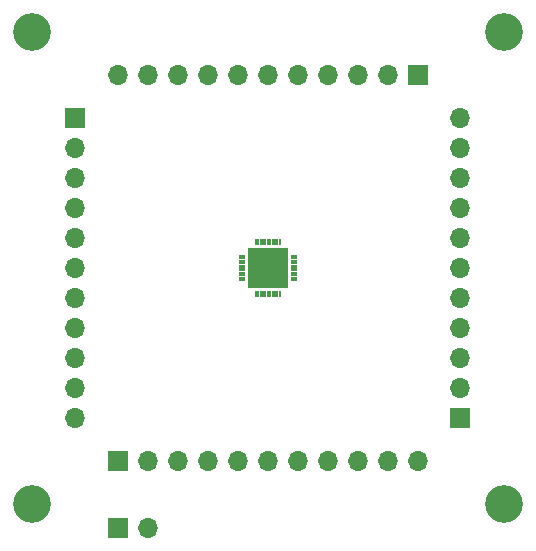
<source format=gbr>
%TF.GenerationSoftware,KiCad,Pcbnew,8.0.8*%
%TF.CreationDate,2025-02-10T18:58:52+09:00*%
%TF.ProjectId,OpenMPW-TR10,4f70656e-4d50-4572-9d54-5231302e6b69,rev?*%
%TF.SameCoordinates,Original*%
%TF.FileFunction,Soldermask,Top*%
%TF.FilePolarity,Negative*%
%FSLAX46Y46*%
G04 Gerber Fmt 4.6, Leading zero omitted, Abs format (unit mm)*
G04 Created by KiCad (PCBNEW 8.0.8) date 2025-02-10 18:58:52*
%MOMM*%
%LPD*%
G01*
G04 APERTURE LIST*
%ADD10O,0.101600X0.648400*%
%ADD11O,0.648400X0.101600*%
%ADD12R,3.500000X3.500000*%
%ADD13R,1.700000X1.700000*%
%ADD14O,1.700000X1.700000*%
%ADD15C,3.200000*%
G04 APERTURE END LIST*
D10*
%TO.C,U1*%
X148984000Y-102175800D03*
X149187200Y-102175800D03*
X149390400Y-102175800D03*
X149593600Y-102175800D03*
X149796800Y-102175800D03*
X150000000Y-102175800D03*
X150203200Y-102175800D03*
X150406400Y-102175800D03*
X150609600Y-102175800D03*
X150812800Y-102175800D03*
X151016000Y-102175800D03*
D11*
X152175800Y-101016000D03*
X152175800Y-100812800D03*
X152175800Y-100609600D03*
X152175800Y-100406400D03*
X152175800Y-100203200D03*
X152175800Y-100000000D03*
X152175800Y-99796800D03*
X152175800Y-99593600D03*
X152175800Y-99390400D03*
X152175800Y-99187200D03*
X152175800Y-98984000D03*
D10*
X151016000Y-97824200D03*
X150812800Y-97824200D03*
X150609600Y-97824200D03*
X150406400Y-97824200D03*
X150203200Y-97824200D03*
X150000000Y-97824200D03*
X149796800Y-97824200D03*
X149593600Y-97824200D03*
X149390400Y-97824200D03*
X149187200Y-97824200D03*
X148984000Y-97824200D03*
D11*
X147824200Y-98984000D03*
X147824200Y-99187200D03*
X147824200Y-99390400D03*
X147824200Y-99593600D03*
X147824200Y-99796800D03*
X147824200Y-100000000D03*
X147824200Y-100203200D03*
X147824200Y-100406400D03*
X147824200Y-100609600D03*
X147824200Y-100812800D03*
X147824200Y-101016000D03*
D12*
X150000000Y-100000000D03*
%TD*%
D13*
%TO.C,J5*%
X137300000Y-122000000D03*
D14*
X139840000Y-122000000D03*
%TD*%
D15*
%TO.C,H1*%
X130000000Y-120000000D03*
%TD*%
D13*
%TO.C,J4*%
X133700000Y-87300000D03*
D14*
X133700000Y-89840000D03*
X133700000Y-92380000D03*
X133700000Y-94920000D03*
X133700000Y-97460000D03*
X133700000Y-100000000D03*
X133700000Y-102540000D03*
X133700000Y-105080000D03*
X133700000Y-107620000D03*
X133700000Y-110160000D03*
X133700000Y-112700000D03*
%TD*%
D13*
%TO.C,J2*%
X166300000Y-112700000D03*
D14*
X166300000Y-110160000D03*
X166300000Y-107620000D03*
X166300000Y-105080000D03*
X166300000Y-102540000D03*
X166300000Y-100000000D03*
X166300000Y-97460000D03*
X166300000Y-94920000D03*
X166300000Y-92380000D03*
X166300000Y-89840000D03*
X166300000Y-87300000D03*
%TD*%
D13*
%TO.C,J3*%
X162700000Y-83700000D03*
D14*
X160160000Y-83700000D03*
X157620000Y-83700000D03*
X155080000Y-83700000D03*
X152540000Y-83700000D03*
X150000000Y-83700000D03*
X147460000Y-83700000D03*
X144920000Y-83700000D03*
X142380000Y-83700000D03*
X139840000Y-83700000D03*
X137300000Y-83700000D03*
%TD*%
D15*
%TO.C,H2*%
X170000000Y-120000000D03*
%TD*%
%TO.C,H3*%
X170000000Y-80000000D03*
%TD*%
%TO.C,H4*%
X130000000Y-80000000D03*
%TD*%
D13*
%TO.C,J1*%
X137300000Y-116300000D03*
D14*
X139840000Y-116300000D03*
X142380000Y-116300000D03*
X144920000Y-116300000D03*
X147460000Y-116300000D03*
X150000000Y-116300000D03*
X152540000Y-116300000D03*
X155080000Y-116300000D03*
X157620000Y-116300000D03*
X160160000Y-116300000D03*
X162700000Y-116300000D03*
%TD*%
M02*

</source>
